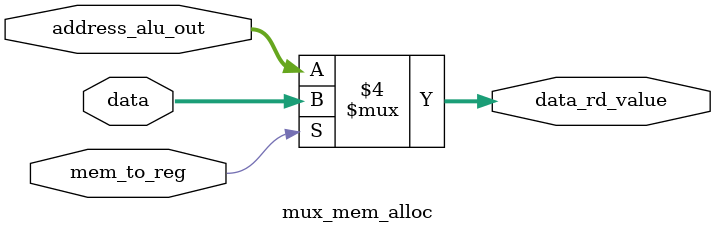
<source format=sv>
`timescale 1ns / 1ps

module mux_mem_alloc #(parameter s=32)(input bit[s-1:0] address_alu_out,data, input bit mem_to_reg, output bit[s-1:0] data_rd_value );

always@(address_alu_out ,data)
begin 
if(mem_to_reg==0)
data_rd_value = address_alu_out;
else
data_rd_value = data;
end

endmodule

</source>
